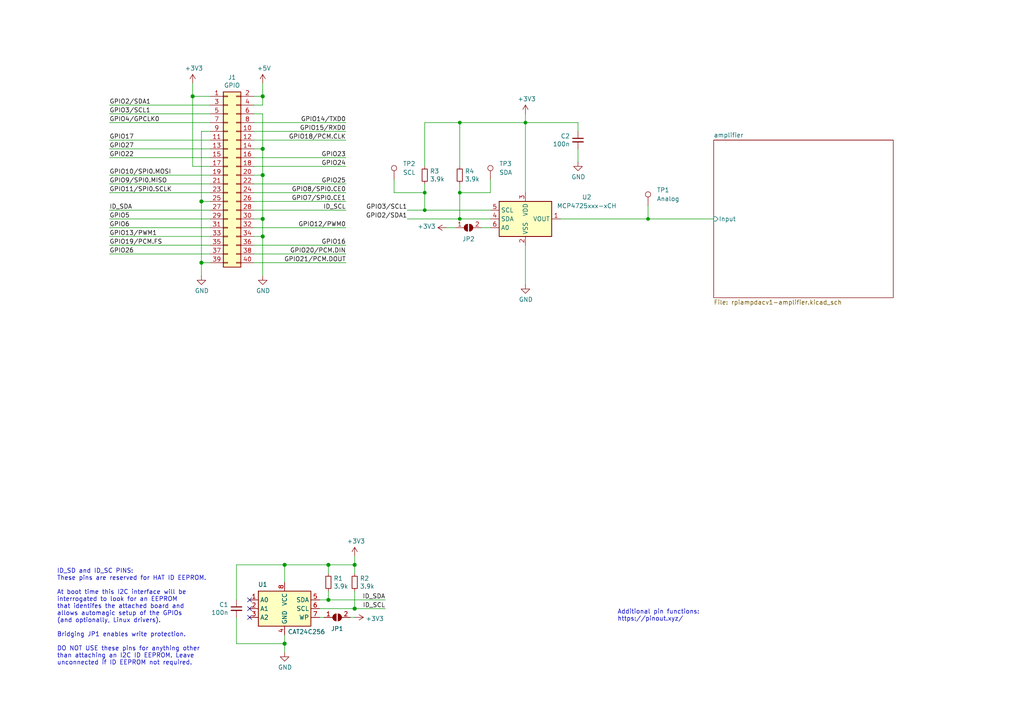
<source format=kicad_sch>
(kicad_sch (version 20231120) (generator "eeschema") (generator_version "8.0")
  (paper "A4")
  (title_block (date "15 nov 2012"))
  (lib_symbols
    (symbol "Analog_DAC:MCP4725xxx-xCH"
      (property "Reference" "U" (at -6.35 6.35 0))
      (property "Value" "MCP4725xxx-xCH" (at 8.89 6.35 0))
      (symbol "MCP4725xxx-xCH_0_1"
        (rectangle (start -7.62 5.08) (end 7.62 -5.08) (stroke (width 0.254)) (fill (type background)))
      )
      (symbol "MCP4725xxx-xCH_1_1"
        (pin output line (at 10.16 0 180) (length 2.54) (name "VOUT") (number "1"))
        (pin power_in line (at 0 -7.62 90) (length 2.54) (name "VSS") (number "2"))
        (pin power_in line (at 0 7.62 270) (length 2.54) (name "VDD") (number "3"))
        (pin bidirectional line (at -10.16 0 0) (length 2.54) (name "SDA") (number "4"))
        (pin input line (at -10.16 2.54 0) (length 2.54) (name "SCL") (number "5"))
        (pin input line (at -10.16 -2.54 0) (length 2.54) (name "A0") (number "6"))
      )
    )
    (symbol "Connector:TestPoint" (pin_numbers hide) (pin_names (offset 0.762) hide)
      (property "Reference" "TP" (at 0 6.858 0))
      (property "Value" "TestPoint" (at 0 5.08 0))
      (symbol "TestPoint_0_1"
        (circle (center 0 3.302) (radius 0.762))
      )
      (symbol "TestPoint_1_1"
        (pin passive line (at 0 0 90) (length 2.54) (name "1") (number "1"))
      )
    )
    (symbol "Connector_Generic:Conn_02x20_Odd_Even" (pin_names (offset 1.016) hide)
      (property "Reference" "J" (at 1.27 25.4 0))
      (property "Value" "Conn_02x20_Odd_Even" (at 1.27 -27.94 0))
      (symbol "Conn_02x20_Odd_Even_1_1"
        (rectangle (start -1.27 -25.273) (end 0 -25.527) (stroke (width 0.1524)))
        (rectangle (start -1.27 -22.733) (end 0 -22.987) (stroke (width 0.1524)))
        (rectangle (start -1.27 -20.193) (end 0 -20.447) (stroke (width 0.1524)))
        (rectangle (start -1.27 -17.653) (end 0 -17.907) (stroke (width 0.1524)))
        (rectangle (start -1.27 -15.113) (end 0 -15.367) (stroke (width 0.1524)))
        (rectangle (start -1.27 -12.573) (end 0 -12.827) (stroke (width 0.1524)))
        (rectangle (start -1.27 -10.033) (end 0 -10.287) (stroke (width 0.1524)))
        (rectangle (start -1.27 -7.493) (end 0 -7.747) (stroke (width 0.1524)))
        (rectangle (start -1.27 -4.953) (end 0 -5.207) (stroke (width 0.1524)))
        (rectangle (start -1.27 -2.413) (end 0 -2.667) (stroke (width 0.1524)))
        (rectangle (start -1.27 0.127) (end 0 -0.127) (stroke (width 0.1524)))
        (rectangle (start -1.27 2.667) (end 0 2.413) (stroke (width 0.1524)))
        (rectangle (start -1.27 5.207) (end 0 4.953) (stroke (width 0.1524)))
        (rectangle (start -1.27 7.747) (end 0 7.493) (stroke (width 0.1524)))
        (rectangle (start -1.27 10.287) (end 0 10.033) (stroke (width 0.1524)))
        (rectangle (start -1.27 12.827) (end 0 12.573) (stroke (width 0.1524)))
        (rectangle (start -1.27 15.367) (end 0 15.113) (stroke (width 0.1524)))
        (rectangle (start -1.27 17.907) (end 0 17.653) (stroke (width 0.1524)))
        (rectangle (start -1.27 20.447) (end 0 20.193) (stroke (width 0.1524)))
        (rectangle (start -1.27 22.987) (end 0 22.733) (stroke (width 0.1524)))
        (rectangle (start -1.27 24.13) (end 3.81 -26.67) (stroke (width 0.254)) (fill (type background)))
        (rectangle (start 3.81 -25.273) (end 2.54 -25.527) (stroke (width 0.1524)))
        (rectangle (start 3.81 -22.733) (end 2.54 -22.987) (stroke (width 0.1524)))
        (rectangle (start 3.81 -20.193) (end 2.54 -20.447) (stroke (width 0.1524)))
        (rectangle (start 3.81 -17.653) (end 2.54 -17.907) (stroke (width 0.1524)))
        (rectangle (start 3.81 -15.113) (end 2.54 -15.367) (stroke (width 0.1524)))
        (rectangle (start 3.81 -12.573) (end 2.54 -12.827) (stroke (width 0.1524)))
        (rectangle (start 3.81 -10.033) (end 2.54 -10.287) (stroke (width 0.1524)))
        (rectangle (start 3.81 -7.493) (end 2.54 -7.747) (stroke (width 0.1524)))
        (rectangle (start 3.81 -4.953) (end 2.54 -5.207) (stroke (width 0.1524)))
        (rectangle (start 3.81 -2.413) (end 2.54 -2.667) (stroke (width 0.1524)))
        (rectangle (start 3.81 0.127) (end 2.54 -0.127) (stroke (width 0.1524)))
        (rectangle (start 3.81 2.667) (end 2.54 2.413) (stroke (width 0.1524)))
        (rectangle (start 3.81 5.207) (end 2.54 4.953) (stroke (width 0.1524)))
        (rectangle (start 3.81 7.747) (end 2.54 7.493) (stroke (width 0.1524)))
        (rectangle (start 3.81 10.287) (end 2.54 10.033) (stroke (width 0.1524)))
        (rectangle (start 3.81 12.827) (end 2.54 12.573) (stroke (width 0.1524)))
        (rectangle (start 3.81 15.367) (end 2.54 15.113) (stroke (width 0.1524)))
        (rectangle (start 3.81 17.907) (end 2.54 17.653) (stroke (width 0.1524)))
        (rectangle (start 3.81 20.447) (end 2.54 20.193) (stroke (width 0.1524)))
        (rectangle (start 3.81 22.987) (end 2.54 22.733) (stroke (width 0.1524)))
        (pin passive line (at -5.08 22.86 0) (length 3.81) (name "Pin_1") (number "1"))
        (pin passive line (at 7.62 12.7 180) (length 3.81) (name "Pin_10") (number "10"))
        (pin passive line (at -5.08 10.16 0) (length 3.81) (name "Pin_11") (number "11"))
        (pin passive line (at 7.62 10.16 180) (length 3.81) (name "Pin_12") (number "12"))
        (pin passive line (at -5.08 7.62 0) (length 3.81) (name "Pin_13") (number "13"))
        (pin passive line (at 7.62 7.62 180) (length 3.81) (name "Pin_14") (number "14"))
        (pin passive line (at -5.08 5.08 0) (length 3.81) (name "Pin_15") (number "15"))
        (pin passive line (at 7.62 5.08 180) (length 3.81) (name "Pin_16") (number "16"))
        (pin passive line (at -5.08 2.54 0) (length 3.81) (name "Pin_17") (number "17"))
        (pin passive line (at 7.62 2.54 180) (length 3.81) (name "Pin_18") (number "18"))
        (pin passive line (at -5.08 0 0) (length 3.81) (name "Pin_19") (number "19"))
        (pin passive line (at 7.62 22.86 180) (length 3.81) (name "Pin_2") (number "2"))
        (pin passive line (at 7.62 0 180) (length 3.81) (name "Pin_20") (number "20"))
        (pin passive line (at -5.08 -2.54 0) (length 3.81) (name "Pin_21") (number "21"))
        (pin passive line (at 7.62 -2.54 180) (length 3.81) (name "Pin_22") (number "22"))
        (pin passive line (at -5.08 -5.08 0) (length 3.81) (name "Pin_23") (number "23"))
        (pin passive line (at 7.62 -5.08 180) (length 3.81) (name "Pin_24") (number "24"))
        (pin passive line (at -5.08 -7.62 0) (length 3.81) (name "Pin_25") (number "25"))
        (pin passive line (at 7.62 -7.62 180) (length 3.81) (name "Pin_26") (number "26"))
        (pin passive line (at -5.08 -10.16 0) (length 3.81) (name "Pin_27") (number "27"))
        (pin passive line (at 7.62 -10.16 180) (length 3.81) (name "Pin_28") (number "28"))
        (pin passive line (at -5.08 -12.7 0) (length 3.81) (name "Pin_29") (number "29"))
        (pin passive line (at -5.08 20.32 0) (length 3.81) (name "Pin_3") (number "3"))
        (pin passive line (at 7.62 -12.7 180) (length 3.81) (name "Pin_30") (number "30"))
        (pin passive line (at -5.08 -15.24 0) (length 3.81) (name "Pin_31") (number "31"))
        (pin passive line (at 7.62 -15.24 180) (length 3.81) (name "Pin_32") (number "32"))
        (pin passive line (at -5.08 -17.78 0) (length 3.81) (name "Pin_33") (number "33"))
        (pin passive line (at 7.62 -17.78 180) (length 3.81) (name "Pin_34") (number "34"))
        (pin passive line (at -5.08 -20.32 0) (length 3.81) (name "Pin_35") (number "35"))
        (pin passive line (at 7.62 -20.32 180) (length 3.81) (name "Pin_36") (number "36"))
        (pin passive line (at -5.08 -22.86 0) (length 3.81) (name "Pin_37") (number "37"))
        (pin passive line (at 7.62 -22.86 180) (length 3.81) (name "Pin_38") (number "38"))
        (pin passive line (at -5.08 -25.4 0) (length 3.81) (name "Pin_39") (number "39"))
        (pin passive line (at 7.62 20.32 180) (length 3.81) (name "Pin_4") (number "4"))
        (pin passive line (at 7.62 -25.4 180) (length 3.81) (name "Pin_40") (number "40"))
        (pin passive line (at -5.08 17.78 0) (length 3.81) (name "Pin_5") (number "5"))
        (pin passive line (at 7.62 17.78 180) (length 3.81) (name "Pin_6") (number "6"))
        (pin passive line (at -5.08 15.24 0) (length 3.81) (name "Pin_7") (number "7"))
        (pin passive line (at 7.62 15.24 180) (length 3.81) (name "Pin_8") (number "8"))
        (pin passive line (at -5.08 12.7 0) (length 3.81) (name "Pin_9") (number "9"))
      )
    )
    (symbol "Device:C_Small" (pin_numbers hide) (pin_names (offset 0.254) hide)
      (property "Reference" "C" (at 0.254 1.778 0))
      (property "Value" "C_Small" (at 0.254 -2.032 0))
      (symbol "C_Small_0_1"
        (polyline (pts (xy -1.524 -0.508) (xy 1.524 -0.508)) (stroke (width 0.3302)))
        (polyline (pts (xy -1.524 0.508) (xy 1.524 0.508)) (stroke (width 0.3048)))
      )
      (symbol "C_Small_1_1"
        (pin passive line (at 0 2.54 270) (length 2.032) (name "~") (number "1"))
        (pin passive line (at 0 -2.54 90) (length 2.032) (name "~") (number "2"))
      )
    )
    (symbol "Device:R_Small" (pin_numbers hide) (pin_names (offset 0.254) hide)
      (property "Reference" "R" (at 0.762 0.508 0))
      (property "Value" "R_Small" (at 0.762 -1.016 0))
      (symbol "R_Small_0_1"
        (rectangle (start -0.762 1.778) (end 0.762 -1.778) (stroke (width 0.2032)))
      )
      (symbol "R_Small_1_1"
        (pin passive line (at 0 2.54 270) (length 0.762) (name "~") (number "1"))
        (pin passive line (at 0 -2.54 90) (length 0.762) (name "~") (number "2"))
      )
    )
    (symbol "Jumper:SolderJumper_2_Open" (pin_names (offset 0) hide)
      (property "Reference" "JP" (at 0 2.032 0))
      (property "Value" "SolderJumper_2_Open" (at 0 -2.54 0))
      (symbol "SolderJumper_2_Open_0_1"
        (arc (start -0.254 1.016) (mid -1.2656 0) (end -0.254 -1.016))
        (arc (start -0.254 1.016) (mid -1.2656 0) (end -0.254 -1.016) (fill (type outline)))
        (polyline (pts (xy -0.254 1.016) (xy -0.254 -1.016)))
        (polyline (pts (xy 0.254 1.016) (xy 0.254 -1.016)))
        (arc (start 0.254 -1.016) (mid 1.2656 0) (end 0.254 1.016))
        (arc (start 0.254 -1.016) (mid 1.2656 0) (end 0.254 1.016) (fill (type outline)))
      )
      (symbol "SolderJumper_2_Open_1_1"
        (pin passive line (at -3.81 0 0) (length 2.54) (name "A") (number "1"))
        (pin passive line (at 3.81 0 180) (length 2.54) (name "B") (number "2"))
      )
    )
    (symbol "Memory_EEPROM:CAT24C256"
      (property "Reference" "U" (at -6.35 6.35 0))
      (property "Value" "CAT24C256" (at 1.27 6.35 0))
      (symbol "CAT24C256_1_1"
        (rectangle (start -7.62 5.08) (end 7.62 -5.08) (stroke (width 0.254)) (fill (type background)))
        (pin input line (at -10.16 2.54 0) (length 2.54) (name "A0") (number "1"))
        (pin input line (at -10.16 0 0) (length 2.54) (name "A1") (number "2"))
        (pin input line (at -10.16 -2.54 0) (length 2.54) (name "A2") (number "3"))
        (pin power_in line (at 0 -7.62 90) (length 2.54) (name "GND") (number "4"))
        (pin bidirectional line (at 10.16 2.54 180) (length 2.54) (name "SDA") (number "5"))
        (pin input line (at 10.16 0 180) (length 2.54) (name "SCL") (number "6"))
        (pin input line (at 10.16 -2.54 180) (length 2.54) (name "WP") (number "7"))
        (pin power_in line (at 0 7.62 270) (length 2.54) (name "VCC") (number "8"))
      )
    )
    (symbol "power:+3.3V" (power) (pin_names (offset 0))
      (property "Value" "+3.3V" (at 0 3.556 0))
      (symbol "+3.3V_0_1"
        (polyline (pts (xy -0.762 1.27) (xy 0 2.54)))
        (polyline (pts (xy 0 0) (xy 0 2.54)))
        (polyline (pts (xy 0 2.54) (xy 0.762 1.27)))
      )
      (symbol "+3.3V_1_1"
        (pin power_in line (at 0 0 90) (length 0) hide (name "+3V3") (number "1"))
      )
    )
    (symbol "power:+5V" (power) (pin_names (offset 0))
      (property "Value" "+5V" (at 0 3.556 0))
      (symbol "+5V_0_1"
        (polyline (pts (xy -0.762 1.27) (xy 0 2.54)))
        (polyline (pts (xy 0 0) (xy 0 2.54)))
        (polyline (pts (xy 0 2.54) (xy 0.762 1.27)))
      )
      (symbol "+5V_1_1"
        (pin power_in line (at 0 0 90) (length 0) hide (name "+5V") (number "1"))
      )
    )
    (symbol "power:GND" (power) (pin_names (offset 0))
      (property "Value" "GND" (at 0 -3.81 0))
      (symbol "GND_0_1"
        (polyline (pts (xy 0 0) (xy 0 -1.27) (xy 1.27 -1.27) (xy 0 -2.54) (xy -1.27 -1.27) (xy 0 -1.27)))
      )
      (symbol "GND_1_1"
        (pin power_in line (at 0 0 270) (length 0) hide (name "GND") (number "1"))
      )
    )
  )
  (junction (at 95.25 173.99) (diameter 1.016))
  (junction (at 76.2 27.94) (diameter 1.016))
  (junction (at 82.55 186.69) (diameter 1.016))
  (junction (at 76.2 43.18) (diameter 1.016))
  (junction (at 82.55 163.83) (diameter 1.016))
  (junction (at 102.87 163.83) (diameter 1.016))
  (junction (at 133.35 35.56))
  (junction (at 133.35 55.88))
  (junction (at 187.96 63.5))
  (junction (at 123.19 55.88))
  (junction (at 133.35 63.5))
  (junction (at 58.42 76.2) (diameter 1.016))
  (junction (at 58.42 58.42) (diameter 1.016))
  (junction (at 123.19 60.96))
  (junction (at 76.2 68.58) (diameter 1.016))
  (junction (at 152.4 35.56))
  (junction (at 76.2 63.5) (diameter 1.016))
  (junction (at 76.2 50.8) (diameter 1.016))
  (junction (at 102.87 176.53) (diameter 1.016))
  (junction (at 55.88 27.94) (diameter 1.016))
  (junction (at 95.25 163.83) (diameter 1.016))
  (no_connect (at 72.39 173.99))
  (no_connect (at 72.39 176.53))
  (no_connect (at 72.39 179.07))
  (wire (pts (xy 58.42 58.42) (xy 58.42 76.2)))
  (wire (pts (xy 73.66 58.42) (xy 100.33 58.42)))
  (wire (pts (xy 60.96 40.64) (xy 31.75 40.64)))
  (wire (pts (xy 82.55 163.83) (xy 95.25 163.83)))
  (wire (pts (xy 102.87 163.83) (xy 95.25 163.83)))
  (wire (pts (xy 102.87 166.37) (xy 102.87 163.83)))
  (wire (pts (xy 76.2 33.02) (xy 76.2 43.18)))
  (wire (pts (xy 76.2 50.8) (xy 73.66 50.8)))
  (wire (pts (xy 76.2 63.5) (xy 76.2 68.58)))
  (wire (pts (xy 162.56 63.5) (xy 187.96 63.5)))
  (wire (pts (xy 187.96 63.5) (xy 207.01 63.5)))
  (wire (pts (xy 76.2 50.8) (xy 76.2 63.5)))
  (wire (pts (xy 73.66 35.56) (xy 100.33 35.56)))
  (wire (pts (xy 58.42 38.1) (xy 58.42 58.42)))
  (wire (pts (xy 92.71 173.99) (xy 95.25 173.99)))
  (wire (pts (xy 95.25 173.99) (xy 111.76 173.99)))
  (wire (pts (xy 123.19 60.96) (xy 142.24 60.96)))
  (wire (pts (xy 58.42 38.1) (xy 60.96 38.1)))
  (wire (pts (xy 92.71 179.07) (xy 93.98 179.07)))
  (wire (pts (xy 101.6 179.07) (xy 102.87 179.07)))
  (wire (pts (xy 73.66 55.88) (xy 100.33 55.88)))
  (wire (pts (xy 60.96 60.96) (xy 31.75 60.96)))
  (wire (pts (xy 31.75 63.5) (xy 60.96 63.5)))
  (wire (pts (xy 142.24 52.07) (xy 142.24 55.88)))
  (wire (pts (xy 58.42 58.42) (xy 60.96 58.42)))
  (wire (pts (xy 102.87 161.29) (xy 102.87 163.83)))
  (wire (pts (xy 73.66 45.72) (xy 100.33 45.72)))
  (wire (pts (xy 82.55 163.83) (xy 82.55 168.91)))
  (wire (pts (xy 152.4 71.12) (xy 152.4 82.55)))
  (wire (pts (xy 73.66 76.2) (xy 100.33 76.2)))
  (wire (pts (xy 58.42 76.2) (xy 58.42 80.01)))
  (wire (pts (xy 31.75 43.18) (xy 60.96 43.18)))
  (wire (pts (xy 102.87 171.45) (xy 102.87 176.53)))
  (wire (pts (xy 55.88 24.13) (xy 55.88 27.94)))
  (wire (pts (xy 139.7 66.04) (xy 142.24 66.04)))
  (wire (pts (xy 76.2 68.58) (xy 73.66 68.58)))
  (wire (pts (xy 31.75 33.02) (xy 60.96 33.02)))
  (wire (pts (xy 31.75 55.88) (xy 60.96 55.88)))
  (wire (pts (xy 123.19 35.56) (xy 133.35 35.56)))
  (wire (pts (xy 133.35 55.88) (xy 133.35 63.5)))
  (wire (pts (xy 133.35 63.5) (xy 142.24 63.5)))
  (wire (pts (xy 55.88 48.26) (xy 60.96 48.26)))
  (wire (pts (xy 60.96 30.48) (xy 31.75 30.48)))
  (wire (pts (xy 76.2 27.94) (xy 76.2 30.48)))
  (wire (pts (xy 76.2 43.18) (xy 76.2 50.8)))
  (wire (pts (xy 73.66 40.64) (xy 100.33 40.64)))
  (wire (pts (xy 76.2 43.18) (xy 73.66 43.18)))
  (wire (pts (xy 76.2 24.13) (xy 76.2 27.94)))
  (wire (pts (xy 123.19 48.26) (xy 123.19 35.56)))
  (wire (pts (xy 31.75 35.56) (xy 60.96 35.56)))
  (wire (pts (xy 95.25 163.83) (xy 95.25 166.37)))
  (wire (pts (xy 76.2 27.94) (xy 73.66 27.94)))
  (wire (pts (xy 55.88 27.94) (xy 55.88 48.26)))
  (wire (pts (xy 114.3 55.88) (xy 123.19 55.88)))
  (wire (pts (xy 73.66 48.26) (xy 100.33 48.26)))
  (wire (pts (xy 73.66 38.1) (xy 100.33 38.1)))
  (wire (pts (xy 152.4 35.56) (xy 152.4 55.88)))
  (wire (pts (xy 167.64 35.56) (xy 152.4 35.56)))
  (wire (pts (xy 95.25 171.45) (xy 95.25 173.99)))
  (wire (pts (xy 133.35 53.34) (xy 133.35 55.88)))
  (wire (pts (xy 92.71 176.53) (xy 102.87 176.53)))
  (wire (pts (xy 102.87 176.53) (xy 111.76 176.53)))
  (wire (pts (xy 31.75 45.72) (xy 60.96 45.72)))
  (wire (pts (xy 31.75 53.34) (xy 60.96 53.34)))
  (wire (pts (xy 142.24 55.88) (xy 133.35 55.88)))
  (wire (pts (xy 152.4 33.02) (xy 152.4 35.56)))
  (wire (pts (xy 31.75 66.04) (xy 60.96 66.04)))
  (wire (pts (xy 187.96 59.69) (xy 187.96 63.5)))
  (wire (pts (xy 76.2 30.48) (xy 73.66 30.48)))
  (wire (pts (xy 31.75 71.12) (xy 60.96 71.12)))
  (wire (pts (xy 133.35 48.26) (xy 133.35 35.56)))
  (wire (pts (xy 73.66 71.12) (xy 100.33 71.12)))
  (wire (pts (xy 73.66 66.04) (xy 100.33 66.04)))
  (wire (pts (xy 58.42 76.2) (xy 60.96 76.2)))
  (wire (pts (xy 129.54 66.04) (xy 132.08 66.04)))
  (wire (pts (xy 73.66 73.66) (xy 100.33 73.66)))
  (wire (pts (xy 76.2 33.02) (xy 73.66 33.02)))
  (wire (pts (xy 31.75 73.66) (xy 60.96 73.66)))
  (wire (pts (xy 118.11 60.96) (xy 123.19 60.96)))
  (wire (pts (xy 68.58 163.83) (xy 68.58 173.99)))
  (wire (pts (xy 68.58 179.07) (xy 68.58 186.69)))
  (wire (pts (xy 68.58 186.69) (xy 82.55 186.69)))
  (wire (pts (xy 82.55 163.83) (xy 68.58 163.83)))
  (wire (pts (xy 82.55 184.15) (xy 82.55 186.69)))
  (wire (pts (xy 82.55 186.69) (xy 82.55 189.23)))
  (wire (pts (xy 123.19 55.88) (xy 123.19 60.96)))
  (wire (pts (xy 76.2 68.58) (xy 76.2 80.01)))
  (wire (pts (xy 73.66 53.34) (xy 100.33 53.34)))
  (wire (pts (xy 60.96 68.58) (xy 31.75 68.58)))
  (wire (pts (xy 123.19 53.34) (xy 123.19 55.88)))
  (wire (pts (xy 76.2 63.5) (xy 73.66 63.5)))
  (wire (pts (xy 55.88 27.94) (xy 60.96 27.94)))
  (wire (pts (xy 118.11 63.5) (xy 133.35 63.5)))
  (wire (pts (xy 114.3 52.07) (xy 114.3 55.88)))
  (wire (pts (xy 167.64 38.1) (xy 167.64 35.56)))
  (wire (pts (xy 60.96 50.8) (xy 31.75 50.8)))
  (wire (pts (xy 73.66 60.96) (xy 100.33 60.96)))
  (wire (pts (xy 133.35 35.56) (xy 152.4 35.56)))
  (wire (pts (xy 167.64 43.18) (xy 167.64 46.99)))
  (text "Additional pin functions:\nhttps://pinout.xyz/" (at 179.07 180.34 0) (effects (font (size 1.27 1.27)) (justify left bottom)))
  (text "ID_SD and ID_SC PINS:\nThese pins are reserved for HAT ID EEPROM.\n\nAt boot time this I2C interface will be\ninterrogated to look for an EEPROM\nthat identifes the attached board and\nallows automagic setup of the GPIOs\n(and optionally, Linux drivers).\n\nBridging JP1 enables write protection.\n\nDO NOT USE these pins for anything other\nthan attaching an I2C ID EEPROM. Leave\nunconnected if ID EEPROM not required." (at 16.51 193.04 0) (effects (font (size 1.27 1.27)) (justify left bottom)))
  (label "ID_SDA" (at 31.75 60.96 0))
  (label "GPIO6" (at 31.75 66.04 0))
  (label "ID_SDA" (at 111.76 173.99 180))
  (label "ID_SCL" (at 100.33 60.96 180))
  (label "GPIO5" (at 31.75 63.5 0))
  (label "GPIO2{slash}SDA1" (at 118.11 63.5 180))
  (label "GPIO21{slash}PCM.DOUT" (at 100.33 76.2 180))
  (label "GPIO3{slash}SCL1" (at 118.11 60.96 180))
  (label "GPIO19{slash}PCM.FS" (at 31.75 71.12 0))
  (label "GPIO10{slash}SPI0.MOSI" (at 31.75 50.8 0))
  (label "GPIO9{slash}SPI0.MISO" (at 31.75 53.34 0))
  (label "GPIO23" (at 100.33 45.72 180))
  (label "GPIO4{slash}GPCLK0" (at 31.75 35.56 0))
  (label "GPIO27" (at 31.75 43.18 0))
  (label "GPIO26" (at 31.75 73.66 0))
  (label "GPIO14{slash}TXD0" (at 100.33 35.56 180))
  (label "GPIO8{slash}SPI0.CE0" (at 100.33 55.88 180))
  (label "GPIO15{slash}RXD0" (at 100.33 38.1 180))
  (label "GPIO16" (at 100.33 71.12 180))
  (label "GPIO22" (at 31.75 45.72 0))
  (label "GPIO2{slash}SDA1" (at 31.75 30.48 0))
  (label "GPIO17" (at 31.75 40.64 0))
  (label "GPIO25" (at 100.33 53.34 180))
  (label "GPIO3{slash}SCL1" (at 31.75 33.02 0))
  (label "GPIO18{slash}PCM.CLK" (at 100.33 40.64 180))
  (label "GPIO12{slash}PWM0" (at 100.33 66.04 180))
  (label "GPIO13{slash}PWM1" (at 31.75 68.58 0))
  (label "GPIO20{slash}PCM.DIN" (at 100.33 73.66 180))
  (label "GPIO24" (at 100.33 48.26 180))
  (label "GPIO7{slash}SPI0.CE1" (at 100.33 58.42 180))
  (label "ID_SCL" (at 111.76 176.53 180))
  (label "GPIO11{slash}SPI0.SCLK" (at 31.75 55.88 0))
  (symbol (lib_id "power:+5V") (at 76.2 24.13 0) (unit 1)
    (property "Reference" "#PWR01" (effects (hide yes)))
    (property "Value" "+5V" (at 76.5683 19.8056 0))
  )
  (symbol (lib_id "power:+3.3V") (at 55.88 24.13 0) (unit 1)
    (property "Reference" "#PWR04" (effects (hide yes)))
    (property "Value" "+3V3" (at 56.2483 19.8056 0))
  )
  (symbol (lib_id "power:GND") (at 76.2 80.01 0) (unit 1)
    (property "Reference" "#PWR02" (effects (hide yes)))
    (property "Value" "GND" (at 76.3143 84.3344 0))
  )
  (symbol (lib_id "power:GND") (at 58.42 80.01 0) (unit 1)
    (property "Reference" "#PWR03" (effects (hide yes)))
    (property "Value" "GND" (at 58.5343 84.3344 0))
  )
  (symbol (lib_id "Connector_Generic:Conn_02x20_Odd_Even") (at 66.04 50.8 0) (unit 1)
    (property "Reference" "J1" (at 67.31 22.4598 0))
    (property "Value" "GPIO" (at 67.31 24.765 0))
    (property "Footprint" "Connector_PinSocket_2.54mm:PinSocket_2x20_P2.54mm_Vertical" (effects (hide yes)))
  )
  (symbol (lib_id "Device:C_Small") (at 68.58 176.53 0) (unit 1)
    (property "Reference" "C1" (at 66.2558 175.3806 0) (effects (justify right)))
    (property "Value" "100n" (at 66.2558 177.6793 0) (effects (justify right)))
    (property "Footprint" "Capacitor_SMD:C_0805_2012Metric_Pad1.18x1.45mm_HandSolder" (effects (hide yes)))
  )
  (symbol (lib_id "Analog_DAC:MCP4725xxx-xCH") (at 152.4 63.5 0) (unit 1)
    (property "Reference" "U2" (at 170.18 57.1814 0))
    (property "Value" "MCP4725xxx-xCH" (at 170.18 59.7214 0))
    (property "Footprint" "Package_TO_SOT_SMD:SOT-23-6" (effects (hide yes)))
    (property "Datasheet" "http://ww1.microchip.com/downloads/en/DeviceDoc/22039d.pdf" (effects (hide yes)))
    (property "Description" "12-bit Digital-to-Analog Converter, integrated EEPROM, I2C interface, SOT-23-6" (effects (hide yes)))
  )
  (symbol (lib_id "Device:R_Small") (at 133.35 50.8 0) (unit 1)
    (property "Reference" "R4" (at 134.8486 49.657 0) (effects (justify left)))
    (property "Value" "3.9k" (at 134.8487 51.9493 0) (effects (justify left)))
    (property "Footprint" "Resistor_SMD:R_1206_3216Metric_Pad1.30x1.75mm_HandSolder" (effects (hide yes)))
  )
  (symbol (lib_id "power:GND") (at 167.64 46.99 0) (unit 1)
    (property "Reference" "#PWR015" (effects (hide yes)))
    (property "Value" "GND" (at 167.7543 51.3144 0))
  )
  (symbol (lib_id "Device:R_Small") (at 95.25 168.91 0) (unit 1)
    (property "Reference" "R1" (at 96.7486 167.767 0) (effects (justify left)))
    (property "Value" "3.9k" (at 96.7487 170.0593 0) (effects (justify left)))
    (property "Footprint" "Resistor_SMD:R_1206_3216Metric_Pad1.30x1.75mm_HandSolder" (effects (hide yes)))
  )
  (symbol (lib_id "Jumper:SolderJumper_2_Open") (at 135.89 66.04 0) (unit 1)
    (property "Reference" "JP2" (at 135.89 69.323 0))
    (property "Value" "ID_WP" (effects (hide yes)))
    (property "Footprint" "Jumper:SolderJumper-2_P1.3mm_Open_RoundedPad1.0x1.5mm" (effects (hide yes)))
  )
  (symbol (lib_id "Jumper:SolderJumper_2_Open") (at 97.79 179.07 0) (unit 1)
    (property "Reference" "JP1" (at 97.79 182.353 0))
    (property "Value" "ID_WP" (effects (hide yes)))
    (property "Footprint" "Jumper:SolderJumper-2_P1.3mm_Open_RoundedPad1.0x1.5mm" (effects (hide yes)))
  )
  (symbol (lib_id "Device:R_Small") (at 123.19 50.8 0) (unit 1)
    (property "Reference" "R3" (at 124.6886 49.657 0) (effects (justify left)))
    (property "Value" "3.9k" (at 124.6887 51.9493 0) (effects (justify left)))
    (property "Footprint" "Resistor_SMD:R_1206_3216Metric_Pad1.30x1.75mm_HandSolder" (effects (hide yes)))
  )
  (symbol (lib_id "power:+3.3V") (at 129.54 66.04 90) (unit 1)
    (property "Reference" "#PWR014" (effects (hide yes)))
    (property "Value" "+3V3" (at 126.3649 65.6717 90) (effects (justify left)))
  )
  (symbol (lib_id "Device:R_Small") (at 102.87 168.91 0) (unit 1)
    (property "Reference" "R2" (at 104.3686 167.767 0) (effects (justify left)))
    (property "Value" "3.9k" (at 104.3687 170.0593 0) (effects (justify left)))
    (property "Footprint" "Resistor_SMD:R_1206_3216Metric_Pad1.30x1.75mm_HandSolder" (effects (hide yes)))
  )
  (symbol (lib_id "power:+3.3V") (at 102.87 161.29 0) (unit 1)
    (property "Reference" "#PWR0101" (effects (hide yes)))
    (property "Value" "+3V3" (at 103.2383 156.9656 0))
  )
  (symbol (lib_id "Memory_EEPROM:CAT24C256") (at 82.55 176.53 0) (unit 1)
    (property "Reference" "U1" (at 76.2 169.5258 0))
    (property "Value" "CAT24C256" (at 88.9 183.2545 0))
    (property "Footprint" "Package_SO:SOIC-8_3.9x4.9mm_P1.27mm" (effects (hide yes)))
    (property "Datasheet" "https://www.onsemi.cn/PowerSolutions/document/CAT24C256-D.PDF" (effects (hide yes)))
  )
  (symbol (lib_id "Connector:TestPoint") (at 114.3 52.07 0) (unit 1)
    (property "Reference" "TP2" (at 116.84 47.4979 0) (effects (justify left)))
    (property "Value" "SCL" (at 116.84 50.0379 0) (effects (justify left)))
    (property "Footprint" "TestPoint:TestPoint_Loop_D2.50mm_Drill1.0mm" (effects (hide yes)))
    (property "Description" "test point" (effects (hide yes)))
  )
  (symbol (lib_id "power:+3.3V") (at 152.4 33.02 0) (unit 1)
    (property "Reference" "#PWR06" (effects (hide yes)))
    (property "Value" "+3V3" (at 152.7683 28.6956 0))
  )
  (symbol (lib_id "power:GND") (at 82.55 189.23 0) (unit 1)
    (property "Reference" "#PWR0102" (effects (hide yes)))
    (property "Value" "GND" (at 82.6643 193.5544 0))
  )
  (symbol (lib_id "Connector:TestPoint") (at 187.96 59.69 0) (unit 1)
    (property "Reference" "TP1" (at 190.5 55.1179 0) (effects (justify left)))
    (property "Value" "Analog" (at 190.5 57.6579 0) (effects (justify left)))
    (property "Footprint" "TestPoint:TestPoint_Loop_D2.50mm_Drill1.0mm" (effects (hide yes)))
    (property "Description" "test point" (effects (hide yes)))
  )
  (symbol (lib_id "power:+3.3V") (at 102.87 179.07 270) (unit 1)
    (property "Reference" "#PWR0103" (effects (hide yes)))
    (property "Value" "+3V3" (at 106.0451 179.4383 90) (effects (justify left)))
  )
  (symbol (lib_id "Device:C_Small") (at 167.64 40.64 0) (unit 1)
    (property "Reference" "C2" (at 165.3158 39.4906 0) (effects (justify right)))
    (property "Value" "100n" (at 165.3158 41.7893 0) (effects (justify right)))
    (property "Footprint" "Capacitor_SMD:C_0805_2012Metric_Pad1.18x1.45mm_HandSolder" (effects (hide yes)))
  )
  (symbol (lib_id "power:GND") (at 152.4 82.55 0) (unit 1)
    (property "Reference" "#PWR013" (effects (hide yes)))
    (property "Value" "GND" (at 152.5143 86.8744 0))
  )
  (symbol (lib_id "Connector:TestPoint") (at 142.24 52.07 0) (unit 1)
    (property "Reference" "TP3" (at 144.78 47.4979 0) (effects (justify left)))
    (property "Value" "SDA" (at 144.78 50.0379 0) (effects (justify left)))
    (property "Footprint" "TestPoint:TestPoint_Loop_D2.50mm_Drill1.0mm" (effects (hide yes)))
    (property "Description" "test point" (effects (hide yes)))
  )
  (sheet (at 207.01 40.64) (size 52.07 45.72) (stroke (width 0.1524))
    (property "Sheetname" "amplifier" (at 207.01 39.9284 0) (effects (justify left bottom)))
    (property "Sheetfile" "rpiampdacv1-amplifier.kicad_sch" (at 207.01 86.9446 0) (effects (justify left top)))
    (pin "Input" input (at 207.01 63.5 180))
  )
)
</source>
